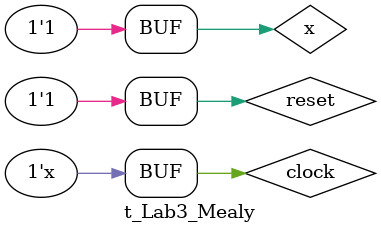
<source format=v>
module t_Lab3_Mealy();
    wire  [1:0] z;
    reg   x; 
    reg   clock, reset;
    Lab3_Mealy_state_diagram M0(z[0], x, clock, reset);
    Lab3_Mealy_structural M1(z[1], x, clock, reset);

    parameter clkper = 20; 
    initial begin
              reset=0; clock = 1;
        #20   x=0; reset=1;
        #20   x=0;
        #20   x=0;
        #20   x=0;
        #20   x=1;
        #20   x=0;
        #20   x=1;
        #20   x=1;
        #20   x=0;
        #20   x=0;
        #20   x=0;
        #20   x=1;
    end
    always begin
       # (clkper / 2) clock = ~clock;
    end
endmodule //
</source>
